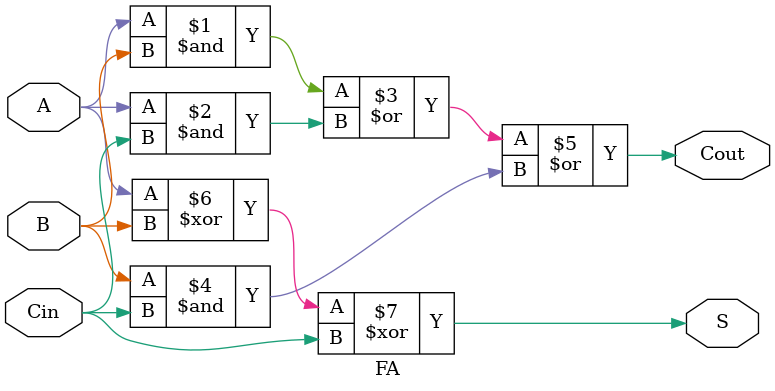
<source format=sv>
module FA(input logic A,
          input logic B,
          input logic Cin,
          output logic Cout,
          output logic S);

assign Cout = (A&B) | (A&Cin) | (B&Cin);
assign S = A^B^Cin;

endmodule

</source>
